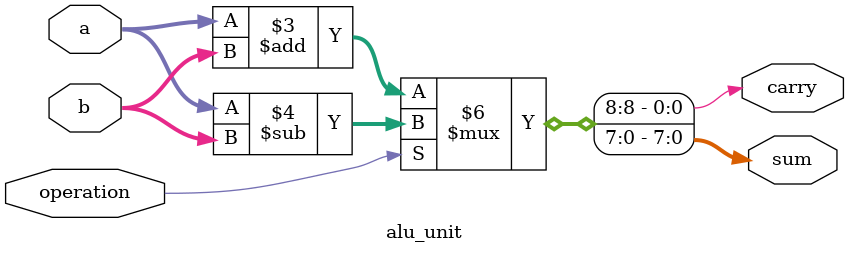
<source format=v>
module alu_unit
	#(
		parameter WIDTH = 8
	)
	(
		input [WIDTH-1:0] a,
		input [WIDTH-1:0] b,
		input operation,
		
	/*
		// no reg example
		output [(WIDTH - 1) : 0] result,
		output carry
	);
		
		assign { carry, result } = operation ? (a - b) : (a + b);
		
	*/
		
		output reg [WIDTH-1:0] sum,
		output reg carry
	);
	
	always @(*)
	begin
		if (operation == 1'b0)
			{carry, sum} <= a + b;
		else
			{carry, sum} <= a - b;
	end
	
endmodule

</source>
